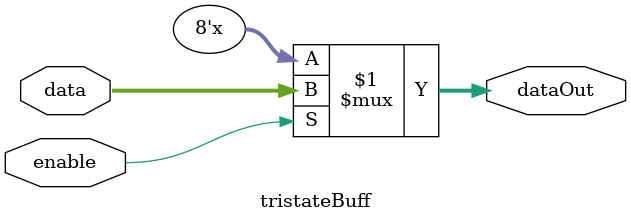
<source format=v>
/* verilator lint_off DECLFILENAME */
/* verilator lint_off INITIALDLY */
`timescale 1ns/1ps
module tristateBuff(input [7:0] data, input enable, output [7:0] dataOut);
    assign dataOut = enable ? data : 8'bzzzzzzzz;
endmodule

</source>
